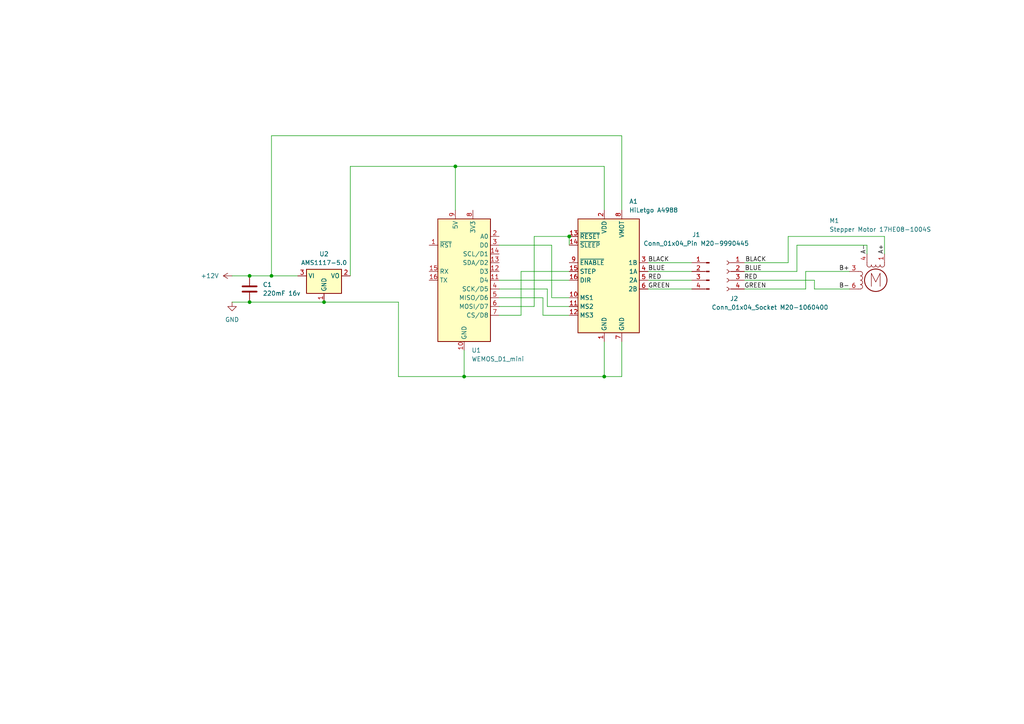
<source format=kicad_sch>
(kicad_sch (version 20250114) (generator "eeschema") (generator_version "9.0")
  (paper "A4")
  (lib_symbols
    (symbol "Connector:Conn_01x04_Pin" (pin_names (offset 1.016) (hide yes))
      (property "Reference" "J" (at 0 5.08 0))
      (property "Value" "Conn_01x04_Pin" (at 0 -7.62 0))
      (symbol "Conn_01x04_Pin_1_1"
        (rectangle (start 0.8636 2.667) (end 0 2.413) (stroke (width 0.1524)) (fill (type outline)))
        (rectangle (start 0.8636 0.127) (end 0 -0.127) (stroke (width 0.1524)) (fill (type outline)))
        (rectangle (start 0.8636 -2.413) (end 0 -2.667) (stroke (width 0.1524)) (fill (type outline)))
        (rectangle (start 0.8636 -4.953) (end 0 -5.207) (stroke (width 0.1524)) (fill (type outline)))
        (polyline (pts (xy 1.27 2.54) (xy 0.8636 2.54)) (stroke (width 0.1524)))
        (polyline (pts (xy 1.27 0) (xy 0.8636 0)) (stroke (width 0.1524)))
        (polyline (pts (xy 1.27 -2.54) (xy 0.8636 -2.54)) (stroke (width 0.1524)))
        (polyline (pts (xy 1.27 -5.08) (xy 0.8636 -5.08)) (stroke (width 0.1524)))
        (pin passive line (at 5.08 2.54 180) (length 3.81) (name "Pin_1") (number "1"))
        (pin passive line (at 5.08 0 180) (length 3.81) (name "Pin_2") (number "2"))
        (pin passive line (at 5.08 -2.54 180) (length 3.81) (name "Pin_3") (number "3"))
        (pin passive line (at 5.08 -5.08 180) (length 3.81) (name "Pin_4") (number "4"))
      )
    )
    (symbol "Connector:Conn_01x04_Socket" (pin_names (offset 1.016) (hide yes))
      (property "Reference" "J2" (at -3.302 -7.874 0))
      (property "Value" "Conn_01x04_Socket" (at -14.732 -10.668 0))
      (symbol "Conn_01x04_Socket_1_1"
        (polyline (pts (xy -1.27 2.54) (xy -0.508 2.54)) (stroke (width 0.1524)))
        (polyline (pts (xy -1.27 0) (xy -0.508 0)) (stroke (width 0.1524)))
        (polyline (pts (xy -1.27 -2.54) (xy -0.508 -2.54)) (stroke (width 0.1524)))
        (polyline (pts (xy -1.27 -5.08) (xy -0.508 -5.08)) (stroke (width 0.1524)))
        (arc (start 0 2.032) (mid -0.5058 2.54) (end 0 3.048) (stroke (width 0.1524)))
        (arc (start 0 -0.508) (mid -0.5058 0) (end 0 0.508) (stroke (width 0.1524)))
        (arc (start 0 -3.048) (mid -0.5058 -2.54) (end 0 -2.032) (stroke (width 0.1524)))
        (arc (start 0 -5.588) (mid -0.5058 -5.08) (end 0 -4.572) (stroke (width 0.1524)))
        (pin passive line (at -5.08 2.54 0) (length 3.81) (name "BLACK") (number "1"))
        (pin passive line (at -5.08 0 0) (length 3.81) (name "BLUE") (number "2"))
        (pin passive line (at -5.08 -2.54 0) (length 3.81) (name "RED") (number "3"))
        (pin passive line (at -5.08 -5.08 0) (length 3.81) (name "GREEN") (number "4"))
      )
    )
    (symbol "Device:C" (pin_numbers (hide yes)) (pin_names (offset 0.254))
      (property "Reference" "C" (at 0.635 2.54 0))
      (property "Value" "C" (at 0.635 -2.54 0))
      (symbol "C_0_1"
        (polyline (pts (xy -2.032 0.762) (xy 2.032 0.762)) (stroke (width 0.508)))
        (polyline (pts (xy -2.032 -0.762) (xy 2.032 -0.762)) (stroke (width 0.508)))
      )
      (symbol "C_1_1"
        (pin passive line (at 0 3.81 270) (length 2.794) (name "~") (number "1"))
        (pin passive line (at 0 -3.81 90) (length 2.794) (name "~") (number "2"))
      )
    )
    (symbol "Driver_Motor:Pololu_Breakout_A4988"
      (property "Reference" "A" (at -2.54 19.05 0))
      (property "Value" "Pololu_Breakout_A4988" (at -2.54 16.51 0))
      (symbol "Pololu_Breakout_A4988_0_1"
        (rectangle (start 10.16 -17.78) (end -7.62 15.24) (stroke (width 0.254)) (fill (type background)))
      )
      (symbol "Pololu_Breakout_A4988_1_1"
        (pin input line (at -10.16 10.16 0) (length 2.54) (name "~{RESET}") (number "13"))
        (pin input line (at -10.16 7.62 0) (length 2.54) (name "~{SLEEP}") (number "14"))
        (pin input line (at -10.16 2.54 0) (length 2.54) (name "~{ENABLE}") (number "9"))
        (pin input line (at -10.16 0 0) (length 2.54) (name "STEP") (number "15"))
        (pin input line (at -10.16 -2.54 0) (length 2.54) (name "DIR") (number "16"))
        (pin input line (at -10.16 -7.62 0) (length 2.54) (name "MS1") (number "10"))
        (pin input line (at -10.16 -10.16 0) (length 2.54) (name "MS2") (number "11"))
        (pin input line (at -10.16 -12.7 0) (length 2.54) (name "MS3") (number "12"))
        (pin power_in line (at 0 17.78 270) (length 2.54) (name "VDD") (number "2"))
        (pin power_in line (at 0 -20.32 90) (length 2.54) (name "GND") (number "1"))
        (pin power_in line (at 5.08 17.78 270) (length 2.54) (name "VMOT") (number "8"))
        (pin power_in line (at 5.08 -20.32 90) (length 2.54) (name "GND") (number "7"))
        (pin output line (at 12.7 2.54 180) (length 2.54) (name "1B") (number "3"))
        (pin output line (at 12.7 0 180) (length 2.54) (name "1A") (number "4"))
        (pin output line (at 12.7 -2.54 180) (length 2.54) (name "2A") (number "5"))
        (pin output line (at 12.7 -5.08 180) (length 2.54) (name "2B") (number "6"))
      )
    )
    (symbol "RF_Module:WEMOS_D1_mini"
      (property "Reference" "U" (at 3.81 19.05 0))
      (property "Value" "WEMOS_D1_mini" (at 1.27 -19.05 0))
      (symbol "WEMOS_D1_mini_1_1"
        (rectangle (start -7.62 17.78) (end 7.62 -17.78) (stroke (width 0.254)) (fill (type background)))
        (pin input line (at -10.16 10.16 0) (length 2.54) (name "~{RST}") (number "1"))
        (pin input line (at -10.16 2.54 0) (length 2.54) (name "RX") (number "15"))
        (pin output line (at -10.16 0 0) (length 2.54) (name "TX") (number "16"))
        (pin power_in line (at -2.54 20.32 270) (length 2.54) (name "5V") (number "9"))
        (pin power_in line (at 0 -20.32 90) (length 2.54) (name "GND") (number "10"))
        (pin power_out line (at 2.54 20.32 270) (length 2.54) (name "3V3") (number "8"))
        (pin input line (at 10.16 12.7 180) (length 2.54) (name "A0") (number "2"))
        (pin bidirectional line (at 10.16 10.16 180) (length 2.54) (name "D0") (number "3"))
        (pin bidirectional line (at 10.16 7.62 180) (length 2.54) (name "SCL/D1") (number "14"))
        (pin bidirectional line (at 10.16 5.08 180) (length 2.54) (name "SDA/D2") (number "13"))
        (pin bidirectional line (at 10.16 2.54 180) (length 2.54) (name "D3") (number "12"))
        (pin bidirectional line (at 10.16 0 180) (length 2.54) (name "D4") (number "11"))
        (pin bidirectional line (at 10.16 -2.54 180) (length 2.54) (name "SCK/D5") (number "4"))
        (pin bidirectional line (at 10.16 -5.08 180) (length 2.54) (name "MISO/D6") (number "5"))
        (pin bidirectional line (at 10.16 -7.62 180) (length 2.54) (name "MOSI/D7") (number "6"))
        (pin bidirectional line (at 10.16 -10.16 180) (length 2.54) (name "CS/D8") (number "7"))
      )
    )
    (symbol "Regulator_Linear:AMS1117-5.0"
      (property "Reference" "U" (at -3.81 3.175 0))
      (property "Value" "AMS1117-5.0" (at 0 3.175 0))
      (symbol "AMS1117-5.0_0_1"
        (rectangle (start -5.08 -5.08) (end 5.08 1.905) (stroke (width 0.254)) (fill (type background)))
      )
      (symbol "AMS1117-5.0_1_1"
        (pin power_in line (at -7.62 0 0) (length 2.54) (name "VI") (number "3"))
        (pin power_in line (at 0 -7.62 90) (length 2.54) (name "GND") (number "1"))
        (pin power_out line (at 7.62 0 180) (length 2.54) (name "VO") (number "2"))
      )
    )
    (symbol "Stepper_Motor_bipolar_1" (pin_names (offset 0) (hide yes))
      (property "Reference" "M2" (at 5.08 2.121 0))
      (property "Value" "Stepper Motor bipolar" (at 5.08 -0.419 0))
      (symbol "Stepper_Motor_bipolar_1_0_0"
        (polyline (pts (xy -1.27 -1.778) (xy -1.27 2.032) (xy 0 -0.508) (xy 1.27 2.032) (xy 1.27 -1.778)))
      )
      (symbol "Stepper_Motor_bipolar_1_0_1"
        (polyline (pts (xy -5.08 2.54) (xy -4.445 2.54)))
        (polyline (pts (xy -5.08 -2.54) (xy -4.445 -2.54)))
        (arc (start -4.445 2.54) (mid -3.8127 1.905) (end -4.445 1.27))
        (arc (start -4.445 1.27) (mid -3.8127 0.635) (end -4.445 0))
        (arc (start -4.445 0) (mid -3.8127 -0.635) (end -4.445 -1.27))
        (arc (start -4.445 -1.27) (mid -3.8127 -1.905) (end -4.445 -2.54))
        (polyline (pts (xy -2.54 5.08) (xy -2.54 4.445)))
        (arc (start -1.27 4.445) (mid -1.905 3.8127) (end -2.54 4.445))
        (arc (start 0 4.445) (mid -0.635 3.8127) (end -1.27 4.445))
        (circle (center 0 0) (radius 3.2512) (stroke (width 0.254)))
        (arc (start 1.27 4.445) (mid 0.635 3.8127) (end 0 4.445))
        (arc (start 2.54 4.445) (mid 1.905 3.8127) (end 1.27 4.445))
        (polyline (pts (xy 2.54 5.08) (xy 2.54 4.445)))
      )
      (symbol "Stepper_Motor_bipolar_1_1_1"
        (pin passive line (at -7.62 2.54 0) (length 2.54) (name "B+") (number "3"))
        (pin passive line (at -7.62 -2.54 0) (length 2.54) (name "B-") (number "6"))
        (pin passive line (at -2.54 7.62 270) (length 2.54) (name "A-") (number "4"))
        (pin passive line (at 2.54 7.62 270) (length 2.54) (name "A+") (number "1"))
      )
    )
    (symbol "power:+12V" (power) (pin_numbers (hide yes)) (pin_names (offset 0) (hide yes))
      (property "Value" "+12V" (at 0 3.556 0))
      (symbol "+12V_0_1"
        (polyline (pts (xy -0.762 1.27) (xy 0 2.54)))
        (polyline (pts (xy 0 2.54) (xy 0.762 1.27)))
        (polyline (pts (xy 0 0) (xy 0 2.54)))
      )
      (symbol "+12V_1_1"
        (pin power_in line (at 0 0 90) (length 0) (name "~") (number "1"))
      )
    )
    (symbol "power:GND" (power) (pin_numbers (hide yes)) (pin_names (offset 0) (hide yes))
      (property "Value" "GND" (at 0 -3.81 0))
      (symbol "GND_0_1"
        (polyline (pts (xy 0 0) (xy 0 -1.27) (xy 1.27 -1.27) (xy 0 -2.54) (xy -1.27 -1.27) (xy 0 -1.27)))
      )
      (symbol "GND_1_1"
        (pin power_in line (at 0 0 270) (length 0) (name "~") (number "1"))
      )
    )
  )
  (junction (at 132.08 48.26))
  (junction (at 72.39 80.01))
  (junction (at 78.74 80.01))
  (junction (at 93.98 87.63))
  (junction (at 175.26 109.22))
  (junction (at 165.1 68.58))
  (junction (at 134.62 109.22))
  (junction (at 72.39 87.63))
  (wire (pts (xy 246.38 83.82) (xy 236.22 83.82)))
  (wire (pts (xy 93.98 87.63) (xy 115.57 87.63)))
  (wire (pts (xy 256.54 73.66) (xy 256.54 68.58)))
  (wire (pts (xy 134.62 109.22) (xy 175.26 109.22)))
  (wire (pts (xy 72.39 80.01) (xy 78.74 80.01)))
  (wire (pts (xy 175.26 109.22) (xy 180.34 109.22)))
  (wire (pts (xy 236.22 83.82) (xy 236.22 81.28)))
  (wire (pts (xy 78.74 80.01) (xy 78.74 39.37)))
  (wire (pts (xy 157.48 91.44) (xy 165.1 91.44)))
  (wire (pts (xy 157.48 86.36) (xy 157.48 91.44)))
  (wire (pts (xy 187.96 83.82) (xy 200.66 83.82)))
  (wire (pts (xy 154.94 88.9) (xy 154.94 68.58)))
  (wire (pts (xy 78.74 80.01) (xy 86.36 80.01)))
  (wire (pts (xy 132.08 48.26) (xy 132.08 60.96)))
  (wire (pts (xy 101.6 48.26) (xy 132.08 48.26)))
  (wire (pts (xy 187.96 81.28) (xy 200.66 81.28)))
  (wire (pts (xy 187.96 76.2) (xy 200.66 76.2)))
  (wire (pts (xy 228.6 68.58) (xy 228.6 76.2)))
  (wire (pts (xy 144.78 88.9) (xy 154.94 88.9)))
  (wire (pts (xy 231.14 71.12) (xy 231.14 78.74)))
  (wire (pts (xy 132.08 48.26) (xy 175.26 48.26)))
  (wire (pts (xy 144.78 81.28) (xy 165.1 81.28)))
  (wire (pts (xy 115.57 109.22) (xy 134.62 109.22)))
  (wire (pts (xy 175.26 48.26) (xy 175.26 60.96)))
  (wire (pts (xy 144.78 91.44) (xy 151.13 91.44)))
  (wire (pts (xy 215.9 78.74) (xy 231.14 78.74)))
  (wire (pts (xy 151.13 91.44) (xy 151.13 78.74)))
  (wire (pts (xy 256.54 68.58) (xy 228.6 68.58)))
  (wire (pts (xy 215.9 76.2) (xy 228.6 76.2)))
  (wire (pts (xy 180.34 39.37) (xy 180.34 60.96)))
  (wire (pts (xy 165.1 68.58) (xy 165.1 71.12)))
  (wire (pts (xy 154.94 68.58) (xy 165.1 68.58)))
  (wire (pts (xy 78.74 39.37) (xy 180.34 39.37)))
  (wire (pts (xy 67.31 87.63) (xy 72.39 87.63)))
  (wire (pts (xy 72.39 87.63) (xy 93.98 87.63)))
  (wire (pts (xy 175.26 99.06) (xy 175.26 109.22)))
  (wire (pts (xy 187.96 78.74) (xy 200.66 78.74)))
  (wire (pts (xy 158.75 88.9) (xy 165.1 88.9)))
  (wire (pts (xy 151.13 78.74) (xy 165.1 78.74)))
  (wire (pts (xy 180.34 109.22) (xy 180.34 99.06)))
  (wire (pts (xy 215.9 83.82) (xy 233.68 83.82)))
  (wire (pts (xy 246.38 78.74) (xy 233.68 78.74)))
  (wire (pts (xy 215.9 81.28) (xy 236.22 81.28)))
  (wire (pts (xy 101.6 80.01) (xy 101.6 48.26)))
  (wire (pts (xy 160.02 71.12) (xy 160.02 86.36)))
  (wire (pts (xy 251.46 71.12) (xy 231.14 71.12)))
  (wire (pts (xy 160.02 86.36) (xy 165.1 86.36)))
  (wire (pts (xy 67.31 80.01) (xy 72.39 80.01)))
  (wire (pts (xy 115.57 87.63) (xy 115.57 109.22)))
  (wire (pts (xy 134.62 101.6) (xy 134.62 109.22)))
  (wire (pts (xy 158.75 83.82) (xy 158.75 88.9)))
  (wire (pts (xy 251.46 73.66) (xy 251.46 71.12)))
  (wire (pts (xy 144.78 83.82) (xy 158.75 83.82)))
  (wire (pts (xy 233.68 78.74) (xy 233.68 83.82)))
  (wire (pts (xy 144.78 86.36) (xy 157.48 86.36)))
  (wire (pts (xy 144.78 71.12) (xy 160.02 71.12)))
  (label "BLUE" (at 187.96 78.74 0))
  (label "RED" (at 219.71 81.28 180))
  (label "B+" (at 246.38 78.74 180))
  (label "A+" (at 256.54 73.66 90))
  (label "RED" (at 187.96 81.28 0))
  (label "GREEN" (at 187.96 83.82 0))
  (label "BLUE" (at 220.98 78.74 180))
  (label "A-" (at 251.46 73.66 90))
  (label "B-" (at 246.38 83.82 180))
  (label "BLACK" (at 187.96 76.2 0))
  (label "BLACK" (at 222.25 76.2 180))
  (label "GREEN" (at 222.25 83.82 180))
  (symbol (lib_name "Stepper_Motor_bipolar_1") (lib_id "Motor:Stepper_Motor_bipolar") (at 254 81.28 0) (unit 1) (on_board no)
    (property "Reference" "M1" (at 240.538 64.008 0) (effects (justify left)))
    (property "Value" "Stepper Motor 17HE08-1004S" (at 240.538 66.548 0) (effects (justify left)))
    (property "Datasheet" "http://www.infineon.com/dgdl/Application-Note-TLE8110EE_driving_UniPolarStepperMotor_V1.1.pdf?fileId=db3a30431be39b97011be5d0aa0a00b0" (effects (hide yes)))
    (property "Description" "4-wire bipolar stepper motor" (effects (hide yes)))
  )
  (symbol (lib_id "Regulator_Linear:AMS1117-5.0") (at 93.98 80.01 0) (unit 1)
    (property "Reference" "U2" (at 93.98 73.66 0))
    (property "Value" "AMS1117-5.0" (at 93.98 76.2 0))
    (property "Footprint" "Package_TO_SOT_SMD:SOT-223-3_TabPin2" (effects (hide yes)))
    (property "Datasheet" "http://www.advanced-monolithic.com/pdf/ds1117.pdf" (effects (hide yes)))
    (property "Description" "1A Low Dropout regulator, positive, 5.0V fixed output, SOT-223" (effects (hide yes)))
  )
  (symbol (lib_id "Driver_Motor:Pololu_Breakout_A4988") (at 175.26 78.74 0) (unit 1)
    (property "Reference" "A1" (at 182.4833 58.42 0) (effects (justify left)))
    (property "Value" "HiLetgo A4988" (at 182.4833 60.96 0) (effects (justify left)))
    (property "Footprint" "Module:Pololu_Breakout-16_15.2x20.3mm" (effects (hide yes)))
    (property "Datasheet" "https://www.pololu.com/product/2980/pictures" (effects (hide yes)))
    (property "Description" "Pololu Breakout Board, Stepper Driver A4988" (effects (hide yes)))
  )
  (symbol (lib_id "power:GND") (at 67.31 87.63 0) (unit 1)
    (property "Reference" "#PWR02" (effects (hide yes)))
    (property "Value" "GND" (at 67.31 92.71 0))
    (property "Description" "Power symbol creates a global label with name \"GND\" , ground" (effects (hide yes)))
  )
  (symbol (lib_id "Connector:Conn_01x04_Socket") (at 210.82 78.74 0) (mirror y) (unit 1) (on_board no)
    (property "Reference" "J2" (at 214.122 86.614 0) (effects (justify left)))
    (property "Value" "Conn_01x04_Socket M20-1060400" (at 240.284 89.154 0) (effects (justify left)))
    (property "Description" "Generic connector, single row, 01x04, script generated" (effects (hide yes)))
  )
  (symbol (lib_id "power:+12V") (at 67.31 80.01 90) (unit 1)
    (property "Reference" "#PWR01" (effects (hide yes)))
    (property "Value" "+12V" (at 63.5 80.0099 90) (effects (justify left)))
    (property "Description" "Power symbol creates a global label with name \"+12V\"" (effects (hide yes)))
  )
  (symbol (lib_id "Device:C") (at 72.39 83.82 0) (unit 1)
    (property "Reference" "C1" (at 76.2 82.5499 0) (effects (justify left)))
    (property "Value" "220mF 16v" (at 76.2 85.0899 0) (effects (justify left)))
    (property "Footprint" "Capacitor_THT:C_Radial_D6.3mm_H11.0mm_P2.50mm" (effects (hide yes)))
    (property "Description" "Unpolarized capacitor" (effects (hide yes)))
  )
  (symbol (lib_id "Connector:Conn_01x04_Pin") (at 205.74 78.74 0) (mirror y) (unit 1)
    (property "Reference" "J1" (at 201.93 68.072 0))
    (property "Value" "Conn_01x04_Pin M20-9990445" (at 201.93 70.612 0))
    (property "Footprint" "Connector_PinHeader_2.54mm:PinHeader_1x04_P2.54mm_Vertical" (effects (hide yes)))
    (property "Description" "Generic connector, single row, 01x04, script generated" (effects (hide yes)))
  )
  (symbol (lib_id "RF_Module:WEMOS_D1_mini") (at 134.62 81.28 0) (unit 1)
    (property "Reference" "U1" (at 136.7633 101.6 0) (effects (justify left)))
    (property "Value" "WEMOS_D1_mini" (at 136.7633 104.14 0) (effects (justify left)))
    (property "Footprint" "RF_Module:WEMOS_D1_mini_light" (effects (hide yes)))
    (property "Datasheet" "https://wiki.wemos.cc/products:d1:d1_mini#documentation" (effects (hide yes)))
    (property "Description" "32-bit microcontroller module with WiFi" (effects (hide yes)))
  )
)
</source>
